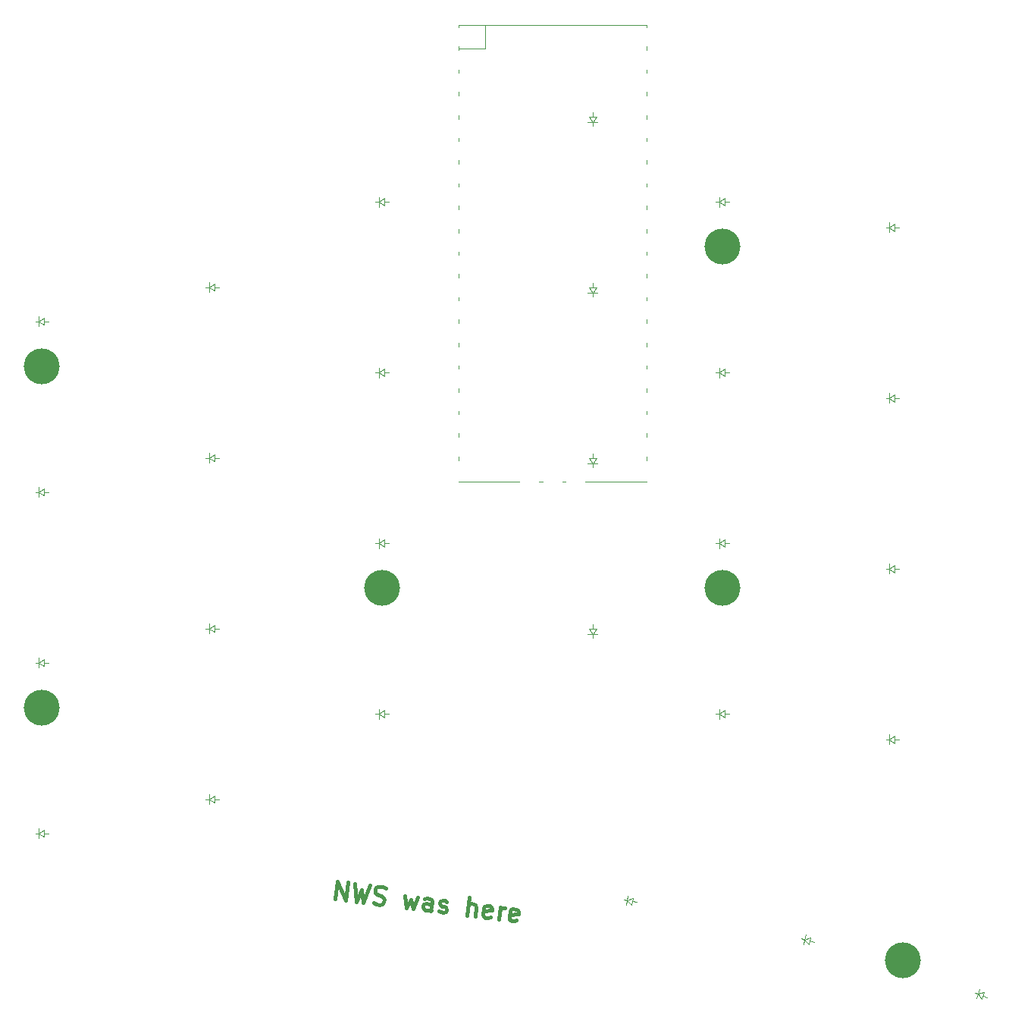
<source format=gbr>
%TF.GenerationSoftware,KiCad,Pcbnew,9.0.3-1.fc42*%
%TF.CreationDate,2025-08-21T15:21:57+02:00*%
%TF.ProjectId,left,6c656674-2e6b-4696-9361-645f70636258,v1.0.0*%
%TF.SameCoordinates,Original*%
%TF.FileFunction,Legend,Top*%
%TF.FilePolarity,Positive*%
%FSLAX46Y46*%
G04 Gerber Fmt 4.6, Leading zero omitted, Abs format (unit mm)*
G04 Created by KiCad (PCBNEW 9.0.3-1.fc42) date 2025-08-21 15:21:57*
%MOMM*%
%LPD*%
G01*
G04 APERTURE LIST*
%ADD10C,0.400000*%
%ADD11C,0.100000*%
%ADD12C,0.120000*%
%ADD13C,4.000000*%
G04 APERTURE END LIST*
D10*
X101756364Y-209932442D02*
X102000103Y-207947349D01*
X102000103Y-207947349D02*
X102890703Y-210071721D01*
X102890703Y-210071721D02*
X103134441Y-208086629D01*
X103890667Y-208179482D02*
X104119569Y-210222607D01*
X104119569Y-210222607D02*
X104671781Y-208851110D01*
X104671781Y-208851110D02*
X104875795Y-210315460D01*
X104875795Y-210315460D02*
X105592175Y-208388400D01*
X106021740Y-210360211D02*
X106293718Y-210489559D01*
X106293718Y-210489559D02*
X106766359Y-210547592D01*
X106766359Y-210547592D02*
X106967022Y-210476277D01*
X106967022Y-210476277D02*
X107073157Y-210393355D01*
X107073157Y-210393355D02*
X107190898Y-210215905D01*
X107190898Y-210215905D02*
X107214111Y-210026849D01*
X107214111Y-210026849D02*
X107142796Y-209826186D01*
X107142796Y-209826186D02*
X107059875Y-209720051D01*
X107059875Y-209720051D02*
X106882425Y-209602310D01*
X106882425Y-209602310D02*
X106515919Y-209461355D01*
X106515919Y-209461355D02*
X106338469Y-209343614D01*
X106338469Y-209343614D02*
X106255547Y-209237479D01*
X106255547Y-209237479D02*
X106184232Y-209036816D01*
X106184232Y-209036816D02*
X106207445Y-208847759D01*
X106207445Y-208847759D02*
X106325187Y-208670310D01*
X106325187Y-208670310D02*
X106431322Y-208587388D01*
X106431322Y-208587388D02*
X106631985Y-208516073D01*
X106631985Y-208516073D02*
X107104626Y-208574106D01*
X107104626Y-208574106D02*
X107376604Y-208703454D01*
X109481113Y-209537575D02*
X109696734Y-210907397D01*
X109696734Y-210907397D02*
X110190912Y-210008541D01*
X110190912Y-210008541D02*
X110452959Y-211000249D01*
X110452959Y-211000249D02*
X110993565Y-209723281D01*
X112438051Y-211243988D02*
X112565724Y-210204178D01*
X112565724Y-210204178D02*
X112494409Y-210003515D01*
X112494409Y-210003515D02*
X112316959Y-209885773D01*
X112316959Y-209885773D02*
X111938846Y-209839347D01*
X111938846Y-209839347D02*
X111738183Y-209910662D01*
X112449658Y-211149460D02*
X112248995Y-211220775D01*
X112248995Y-211220775D02*
X111776354Y-211162742D01*
X111776354Y-211162742D02*
X111598904Y-211045000D01*
X111598904Y-211045000D02*
X111527589Y-210844337D01*
X111527589Y-210844337D02*
X111550802Y-210655281D01*
X111550802Y-210655281D02*
X111668544Y-210477831D01*
X111668544Y-210477831D02*
X111869207Y-210406516D01*
X111869207Y-210406516D02*
X112341848Y-210464549D01*
X112341848Y-210464549D02*
X112542511Y-210393234D01*
X113300412Y-211253919D02*
X113477862Y-211371661D01*
X113477862Y-211371661D02*
X113855975Y-211418087D01*
X113855975Y-211418087D02*
X114056638Y-211346772D01*
X114056638Y-211346772D02*
X114174379Y-211169322D01*
X114174379Y-211169322D02*
X114185986Y-211074794D01*
X114185986Y-211074794D02*
X114114671Y-210874131D01*
X114114671Y-210874131D02*
X113937221Y-210756390D01*
X113937221Y-210756390D02*
X113653636Y-210721570D01*
X113653636Y-210721570D02*
X113476187Y-210603828D01*
X113476187Y-210603828D02*
X113404872Y-210403165D01*
X113404872Y-210403165D02*
X113416478Y-210308637D01*
X113416478Y-210308637D02*
X113534220Y-210131187D01*
X113534220Y-210131187D02*
X113734883Y-210059872D01*
X113734883Y-210059872D02*
X114018467Y-210094692D01*
X114018467Y-210094692D02*
X114195917Y-210212434D01*
X116502765Y-211743072D02*
X116746504Y-209757980D01*
X117353519Y-211847532D02*
X117481192Y-210807721D01*
X117481192Y-210807721D02*
X117409877Y-210607058D01*
X117409877Y-210607058D02*
X117232427Y-210489317D01*
X117232427Y-210489317D02*
X116948842Y-210454497D01*
X116948842Y-210454497D02*
X116748179Y-210525812D01*
X116748179Y-210525812D02*
X116642045Y-210608734D01*
X119066634Y-211961922D02*
X118865971Y-212033237D01*
X118865971Y-212033237D02*
X118487858Y-211986811D01*
X118487858Y-211986811D02*
X118310408Y-211869069D01*
X118310408Y-211869069D02*
X118239093Y-211668406D01*
X118239093Y-211668406D02*
X118331946Y-210912181D01*
X118331946Y-210912181D02*
X118449687Y-210734731D01*
X118449687Y-210734731D02*
X118650350Y-210663416D01*
X118650350Y-210663416D02*
X119028463Y-210709842D01*
X119028463Y-210709842D02*
X119205913Y-210827584D01*
X119205913Y-210827584D02*
X119277228Y-211028247D01*
X119277228Y-211028247D02*
X119254015Y-211217303D01*
X119254015Y-211217303D02*
X118285519Y-211290294D01*
X120000309Y-212172517D02*
X120162802Y-210849122D01*
X120116375Y-211227235D02*
X120234117Y-211049785D01*
X120234117Y-211049785D02*
X120340252Y-210966863D01*
X120340252Y-210966863D02*
X120540915Y-210895548D01*
X120540915Y-210895548D02*
X120729971Y-210918761D01*
X121997008Y-212321727D02*
X121796345Y-212393042D01*
X121796345Y-212393042D02*
X121418232Y-212346616D01*
X121418232Y-212346616D02*
X121240782Y-212228874D01*
X121240782Y-212228874D02*
X121169467Y-212028211D01*
X121169467Y-212028211D02*
X121262320Y-211271986D01*
X121262320Y-211271986D02*
X121380062Y-211094536D01*
X121380062Y-211094536D02*
X121580725Y-211023221D01*
X121580725Y-211023221D02*
X121958837Y-211069647D01*
X121958837Y-211069647D02*
X122136287Y-211187389D01*
X122136287Y-211187389D02*
X122207602Y-211388052D01*
X122207602Y-211388052D02*
X122184389Y-211577108D01*
X122184389Y-211577108D02*
X121215894Y-211650098D01*
D11*
%TO.C,D16*%
X144250000Y-132110000D02*
X144650000Y-132110000D01*
X144650000Y-132110000D02*
X144650000Y-131560000D01*
X144650000Y-132110000D02*
X144650000Y-132660000D01*
X144650000Y-132110000D02*
X145250000Y-131710000D01*
X145250000Y-131710000D02*
X145250000Y-132510000D01*
X145250000Y-132110000D02*
X145750000Y-132110000D01*
X145250000Y-132510000D02*
X144650000Y-132110000D01*
%TO.C,D9*%
X106250000Y-189260000D02*
X106650000Y-189260000D01*
X106650000Y-189260000D02*
X106650000Y-188710000D01*
X106650000Y-189260000D02*
X106650000Y-189810000D01*
X106650000Y-189260000D02*
X107250000Y-188860000D01*
X107250000Y-188860000D02*
X107250000Y-189660000D01*
X107250000Y-189260000D02*
X107750000Y-189260000D01*
X107250000Y-189660000D02*
X106650000Y-189260000D01*
%TO.C,D15*%
X144250000Y-151160000D02*
X144650000Y-151160000D01*
X144650000Y-151160000D02*
X144650000Y-150610000D01*
X144650000Y-151160000D02*
X144650000Y-151710000D01*
X144650000Y-151160000D02*
X145250000Y-150760000D01*
X145250000Y-150760000D02*
X145250000Y-151560000D01*
X145250000Y-151160000D02*
X145750000Y-151160000D01*
X145250000Y-151560000D02*
X144650000Y-151160000D01*
%TO.C,D3*%
X68250000Y-164495000D02*
X68650000Y-164495000D01*
X68650000Y-164495000D02*
X68650000Y-163945000D01*
X68650000Y-164495000D02*
X68650000Y-165045000D01*
X68650000Y-164495000D02*
X69250000Y-164095000D01*
X69250000Y-164095000D02*
X69250000Y-164895000D01*
X69250000Y-164495000D02*
X69750000Y-164495000D01*
X69250000Y-164895000D02*
X68650000Y-164495000D01*
%TO.C,D13*%
X144250000Y-189260000D02*
X144650000Y-189260000D01*
X144650000Y-189260000D02*
X144650000Y-188710000D01*
X144650000Y-189260000D02*
X144650000Y-189810000D01*
X144650000Y-189260000D02*
X145250000Y-188860000D01*
X145250000Y-188860000D02*
X145250000Y-189660000D01*
X145250000Y-189260000D02*
X145750000Y-189260000D01*
X145250000Y-189660000D02*
X144650000Y-189260000D01*
%TO.C,D8*%
X87250000Y-141635000D02*
X87650000Y-141635000D01*
X87650000Y-141635000D02*
X87650000Y-141085000D01*
X87650000Y-141635000D02*
X87650000Y-142185000D01*
X87650000Y-141635000D02*
X88250000Y-141235000D01*
X88250000Y-141235000D02*
X88250000Y-142035000D01*
X88250000Y-141635000D02*
X88750000Y-141635000D01*
X88250000Y-142035000D02*
X87650000Y-141635000D01*
D12*
%TO.C,_1*%
X115500000Y-112347500D02*
X115500000Y-112647500D01*
X115500000Y-112347500D02*
X136500000Y-112347500D01*
X115500000Y-114747500D02*
X115500000Y-115147500D01*
X115500000Y-115014500D02*
X118507000Y-115014500D01*
X115500000Y-117347500D02*
X115500000Y-117747500D01*
X115500000Y-119847500D02*
X115500000Y-120247500D01*
X115500000Y-122447500D02*
X115500000Y-122847500D01*
X115500000Y-124947500D02*
X115500000Y-125347500D01*
X115500000Y-127447500D02*
X115500000Y-127847500D01*
X115500000Y-130047500D02*
X115500000Y-130447500D01*
X115500000Y-132547500D02*
X115500000Y-132947500D01*
X115500000Y-135147500D02*
X115500000Y-135547500D01*
X115500000Y-137647500D02*
X115500000Y-138047500D01*
X115500000Y-140147500D02*
X115500000Y-140547500D01*
X115500000Y-142747500D02*
X115500000Y-143147500D01*
X115500000Y-145247500D02*
X115500000Y-145647500D01*
X115500000Y-147847500D02*
X115500000Y-148247500D01*
X115500000Y-150347500D02*
X115500000Y-150747500D01*
X115500000Y-152947500D02*
X115500000Y-153347500D01*
X115500000Y-155447500D02*
X115500000Y-155847500D01*
X115500000Y-157947500D02*
X115500000Y-158347500D01*
X115500000Y-160547500D02*
X115500000Y-160947500D01*
X118507000Y-115014500D02*
X118507000Y-112347500D01*
X122300000Y-163347500D02*
X115500000Y-163347500D01*
X124500000Y-163347500D02*
X124900000Y-163347500D01*
X127100000Y-163347500D02*
X127500000Y-163347500D01*
X136500000Y-112347500D02*
X136500000Y-112647500D01*
X136500000Y-114747500D02*
X136500000Y-115147500D01*
X136500000Y-117347500D02*
X136500000Y-117747500D01*
X136500000Y-119847500D02*
X136500000Y-120247500D01*
X136500000Y-122447500D02*
X136500000Y-122847500D01*
X136500000Y-124947500D02*
X136500000Y-125347500D01*
X136500000Y-127447500D02*
X136500000Y-127847500D01*
X136500000Y-130047500D02*
X136500000Y-130447500D01*
X136500000Y-132547500D02*
X136500000Y-132947500D01*
X136500000Y-135147500D02*
X136500000Y-135547500D01*
X136500000Y-137647500D02*
X136500000Y-138047500D01*
X136500000Y-140147500D02*
X136500000Y-140547500D01*
X136500000Y-142747500D02*
X136500000Y-143147500D01*
X136500000Y-145247500D02*
X136500000Y-145647500D01*
X136500000Y-147847500D02*
X136500000Y-148247500D01*
X136500000Y-150347500D02*
X136500000Y-150747500D01*
X136500000Y-152947500D02*
X136500000Y-153347500D01*
X136500000Y-155447500D02*
X136500000Y-155847500D01*
X136500000Y-157947500D02*
X136500000Y-158347500D01*
X136500000Y-160547500D02*
X136500000Y-160947500D01*
X136500000Y-163347500D02*
X129700000Y-163347500D01*
D11*
%TO.C,D11*%
X106250000Y-151160000D02*
X106650000Y-151160000D01*
X106650000Y-151160000D02*
X106650000Y-150610000D01*
X106650000Y-151160000D02*
X106650000Y-151710000D01*
X106650000Y-151160000D02*
X107250000Y-150760000D01*
X107250000Y-150760000D02*
X107250000Y-151560000D01*
X107250000Y-151160000D02*
X107750000Y-151160000D01*
X107250000Y-151560000D02*
X106650000Y-151160000D01*
%TO.C,D24*%
X130100000Y-179747500D02*
X130900000Y-179747500D01*
X130500000Y-179747500D02*
X130500000Y-179247500D01*
X130500000Y-180347500D02*
X129950000Y-180347500D01*
X130500000Y-180347500D02*
X130100000Y-179747500D01*
X130500000Y-180347500D02*
X131050000Y-180347500D01*
X130500000Y-180747500D02*
X130500000Y-180347500D01*
X130900000Y-179747500D02*
X130500000Y-180347500D01*
%TO.C,D6*%
X87250000Y-179735000D02*
X87650000Y-179735000D01*
X87650000Y-179735000D02*
X87650000Y-179185000D01*
X87650000Y-179735000D02*
X87650000Y-180285000D01*
X87650000Y-179735000D02*
X88250000Y-179335000D01*
X88250000Y-179335000D02*
X88250000Y-180135000D01*
X88250000Y-179735000D02*
X88750000Y-179735000D01*
X88250000Y-180135000D02*
X87650000Y-179735000D01*
%TO.C,D17*%
X163250000Y-192117500D02*
X163650000Y-192117500D01*
X163650000Y-192117500D02*
X163650000Y-191567500D01*
X163650000Y-192117500D02*
X163650000Y-192667500D01*
X163650000Y-192117500D02*
X164250000Y-191717500D01*
X164250000Y-191717500D02*
X164250000Y-192517500D01*
X164250000Y-192117500D02*
X164750000Y-192117500D01*
X164250000Y-192517500D02*
X163650000Y-192117500D01*
%TO.C,D26*%
X130100000Y-141647500D02*
X130900000Y-141647500D01*
X130500000Y-141647500D02*
X130500000Y-141147500D01*
X130500000Y-142247500D02*
X129950000Y-142247500D01*
X130500000Y-142247500D02*
X130100000Y-141647500D01*
X130500000Y-142247500D02*
X131050000Y-142247500D01*
X130500000Y-142647500D02*
X130500000Y-142247500D01*
X130900000Y-141647500D02*
X130500000Y-142247500D01*
%TO.C,D5*%
X87250000Y-198785000D02*
X87650000Y-198785000D01*
X87650000Y-198785000D02*
X87650000Y-198235000D01*
X87650000Y-198785000D02*
X87650000Y-199335000D01*
X87650000Y-198785000D02*
X88250000Y-198385000D01*
X88250000Y-198385000D02*
X88250000Y-199185000D01*
X88250000Y-198785000D02*
X88750000Y-198785000D01*
X88250000Y-199185000D02*
X87650000Y-198785000D01*
%TO.C,D25*%
X130100000Y-160697500D02*
X130900000Y-160697500D01*
X130500000Y-160697500D02*
X130500000Y-160197500D01*
X130500000Y-161297500D02*
X129950000Y-161297500D01*
X130500000Y-161297500D02*
X130100000Y-160697500D01*
X130500000Y-161297500D02*
X131050000Y-161297500D01*
X130500000Y-161697500D02*
X130500000Y-161297500D01*
X130900000Y-160697500D02*
X130500000Y-161297500D01*
%TO.C,D21*%
X133954977Y-210016399D02*
X134348900Y-210085858D01*
X134348900Y-210085858D02*
X134253394Y-210627502D01*
X134348900Y-210085858D02*
X134444407Y-209544214D01*
X134348900Y-210085858D02*
X135009244Y-209796124D01*
X134870326Y-210583970D02*
X134348900Y-210085858D01*
X134939785Y-210190047D02*
X135432189Y-210276871D01*
X135009244Y-209796124D02*
X134870326Y-210583970D01*
%TO.C,D20*%
X163250000Y-134967500D02*
X163650000Y-134967500D01*
X163650000Y-134967500D02*
X163650000Y-134417500D01*
X163650000Y-134967500D02*
X163650000Y-135517500D01*
X163650000Y-134967500D02*
X164250000Y-134567500D01*
X164250000Y-134567500D02*
X164250000Y-135367500D01*
X164250000Y-134967500D02*
X164750000Y-134967500D01*
X164250000Y-135367500D02*
X163650000Y-134967500D01*
%TO.C,D10*%
X106250000Y-170210000D02*
X106650000Y-170210000D01*
X106650000Y-170210000D02*
X106650000Y-169660000D01*
X106650000Y-170210000D02*
X106650000Y-170760000D01*
X106650000Y-170210000D02*
X107250000Y-169810000D01*
X107250000Y-169810000D02*
X107250000Y-170610000D01*
X107250000Y-170210000D02*
X107750000Y-170210000D01*
X107250000Y-170610000D02*
X106650000Y-170210000D01*
%TO.C,D27*%
X130100000Y-122597500D02*
X130900000Y-122597500D01*
X130500000Y-122597500D02*
X130500000Y-122097500D01*
X130500000Y-123197500D02*
X129950000Y-123197500D01*
X130500000Y-123197500D02*
X130100000Y-122597500D01*
X130500000Y-123197500D02*
X131050000Y-123197500D01*
X130500000Y-123597500D02*
X130500000Y-123197500D01*
X130900000Y-122597500D02*
X130500000Y-123197500D01*
%TO.C,D19*%
X163250000Y-154017500D02*
X163650000Y-154017500D01*
X163650000Y-154017500D02*
X163650000Y-153467500D01*
X163650000Y-154017500D02*
X163650000Y-154567500D01*
X163650000Y-154017500D02*
X164250000Y-153617500D01*
X164250000Y-153617500D02*
X164250000Y-154417500D01*
X164250000Y-154017500D02*
X164750000Y-154017500D01*
X164250000Y-154417500D02*
X163650000Y-154017500D01*
%TO.C,D18*%
X163250000Y-173067500D02*
X163650000Y-173067500D01*
X163650000Y-173067500D02*
X163650000Y-172517500D01*
X163650000Y-173067500D02*
X163650000Y-173617500D01*
X163650000Y-173067500D02*
X164250000Y-172667500D01*
X164250000Y-172667500D02*
X164250000Y-173467500D01*
X164250000Y-173067500D02*
X164750000Y-173067500D01*
X164250000Y-173467500D02*
X163650000Y-173067500D01*
%TO.C,D4*%
X68250000Y-145445000D02*
X68650000Y-145445000D01*
X68650000Y-145445000D02*
X68650000Y-144895000D01*
X68650000Y-145445000D02*
X68650000Y-145995000D01*
X68650000Y-145445000D02*
X69250000Y-145045000D01*
X69250000Y-145045000D02*
X69250000Y-145845000D01*
X69250000Y-145445000D02*
X69750000Y-145445000D01*
X69250000Y-145845000D02*
X68650000Y-145445000D01*
%TO.C,D1*%
X68250000Y-202595000D02*
X68650000Y-202595000D01*
X68650000Y-202595000D02*
X68650000Y-202045000D01*
X68650000Y-202595000D02*
X68650000Y-203145000D01*
X68650000Y-202595000D02*
X69250000Y-202195000D01*
X69250000Y-202195000D02*
X69250000Y-202995000D01*
X69250000Y-202595000D02*
X69750000Y-202595000D01*
X69250000Y-202995000D02*
X68650000Y-202595000D01*
%TO.C,D2*%
X68250000Y-183545000D02*
X68650000Y-183545000D01*
X68650000Y-183545000D02*
X68650000Y-182995000D01*
X68650000Y-183545000D02*
X68650000Y-184095000D01*
X68650000Y-183545000D02*
X69250000Y-183145000D01*
X69250000Y-183145000D02*
X69250000Y-183945000D01*
X69250000Y-183545000D02*
X69750000Y-183545000D01*
X69250000Y-183945000D02*
X68650000Y-183545000D01*
%TO.C,D12*%
X106250000Y-132110000D02*
X106650000Y-132110000D01*
X106650000Y-132110000D02*
X106650000Y-131560000D01*
X106650000Y-132110000D02*
X106650000Y-132660000D01*
X106650000Y-132110000D02*
X107250000Y-131710000D01*
X107250000Y-131710000D02*
X107250000Y-132510000D01*
X107250000Y-132110000D02*
X107750000Y-132110000D01*
X107250000Y-132510000D02*
X106650000Y-132110000D01*
%TO.C,D23*%
X173170379Y-220388789D02*
X173546256Y-220525597D01*
X173546256Y-220525597D02*
X173358145Y-221042428D01*
X173546256Y-220525597D02*
X173734367Y-220008766D01*
X173546256Y-220525597D02*
X174246879Y-220354932D01*
X173973263Y-221106686D02*
X173546256Y-220525597D01*
X174110071Y-220730809D02*
X174579917Y-220901819D01*
X174246879Y-220354932D02*
X173973263Y-221106686D01*
%TO.C,D22*%
X153789113Y-214346503D02*
X154175483Y-214450030D01*
X154175483Y-214450030D02*
X154033132Y-214981291D01*
X154175483Y-214450030D02*
X154317833Y-213918771D01*
X154175483Y-214450030D02*
X154858566Y-214218951D01*
X154651511Y-214991692D02*
X154175483Y-214450030D01*
X154755038Y-214605322D02*
X155238001Y-214734731D01*
X154858566Y-214218951D02*
X154651511Y-214991692D01*
%TO.C,D7*%
X87250000Y-160685000D02*
X87650000Y-160685000D01*
X87650000Y-160685000D02*
X87650000Y-160135000D01*
X87650000Y-160685000D02*
X87650000Y-161235000D01*
X87650000Y-160685000D02*
X88250000Y-160285000D01*
X88250000Y-160285000D02*
X88250000Y-161085000D01*
X88250000Y-160685000D02*
X88750000Y-160685000D01*
X88250000Y-161085000D02*
X87650000Y-160685000D01*
%TO.C,D14*%
X144250000Y-170210000D02*
X144650000Y-170210000D01*
X144650000Y-170210000D02*
X144650000Y-169660000D01*
X144650000Y-170210000D02*
X144650000Y-170760000D01*
X144650000Y-170210000D02*
X145250000Y-169810000D01*
X145250000Y-169810000D02*
X145250000Y-170610000D01*
X145250000Y-170210000D02*
X145750000Y-170210000D01*
X145250000Y-170610000D02*
X144650000Y-170210000D01*
%TD*%
D13*
%TO.C,*%
X165160570Y-216739174D03*
%TD*%
%TO.C,*%
X69000000Y-188570000D03*
%TD*%
%TO.C,*%
X69000000Y-150470000D03*
%TD*%
%TO.C,*%
X145000000Y-137135000D03*
%TD*%
%TO.C,*%
X107000000Y-175235000D03*
%TD*%
%TO.C,*%
X145000000Y-175235000D03*
%TD*%
M02*

</source>
